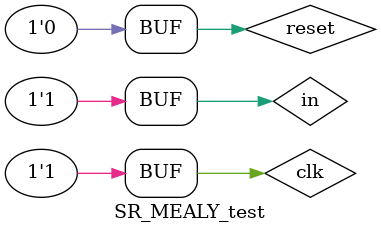
<source format=v>
`timescale 1ns / 1ps


module SR_MEALY_test;

	// Inputs
	reg clk;
	reg in;
	reg reset;

	// Outputs
	wire out;
	

	// Instantiate the Unit Under Test (UUT)
	SR_MEALY uut (
		.clk(clk), 
		.in(in), 
		.reset(reset), 
		.out(out)
	);

	initial begin
		// Initialize Inputs
		clk = 0;
		in = 0;
		reset = 0;

		// Wait 100 ns for global reset to finish
		#20;
        reset = 1;
        #20;
        reset = 0;
        #20;
        in = 1;
        #100;
        in = 0;
        #100;
        in = 1;
        #20;
        in = 0;
        #20;
        in = 1;
        #20;
        in = 0;
        #20;
        in = 1;
	end
	
	
	always begin
		#10 clk=0;
		#10 clk=1;
	end
        
		// Add stimulus here

	
      
endmodule


</source>
